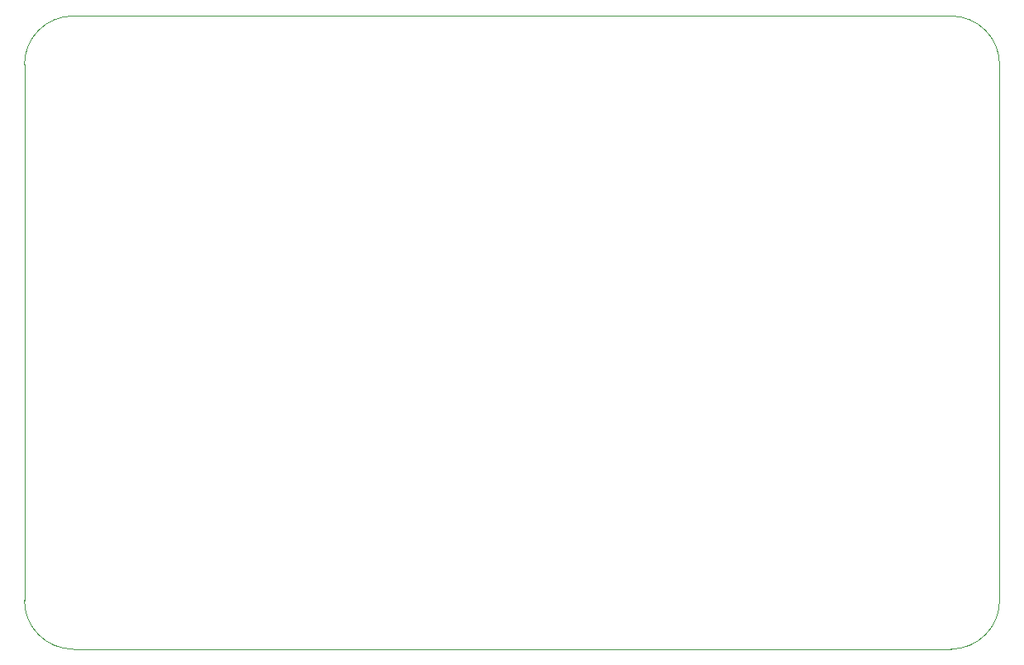
<source format=gbr>
%TF.GenerationSoftware,Altium Limited,Altium Designer,24.0.1 (36)*%
G04 Layer_Color=16711935*
%FSLAX45Y45*%
%MOMM*%
%TF.SameCoordinates,BDB9926C-BC38-41AE-A616-4D177B64427C*%
%TF.FilePolarity,Positive*%
%TF.FileFunction,Other,Mechanical_1*%
%TF.Part,Single*%
G01*
G75*
%TA.AperFunction,NonConductor*%
%ADD37C,0.01270*%
D37*
X9499384Y1270D02*
G03*
X9998115Y500001I0J498731D01*
G01*
X635D02*
G03*
X499366Y1270I498731J0D01*
G01*
X9998115Y6000012D02*
G03*
X9499384Y6498743I-498731J0D01*
G01*
X499366D02*
G03*
X635Y6000012I0J-498731D01*
G01*
X499366Y1270D02*
X9499384D01*
X9998115Y500001D02*
Y6000012D01*
X499366Y6498743D02*
X9499384D01*
X635Y500001D02*
Y6000012D01*
%TF.MD5,6583bf83c6fe96af03ec3873906e07e7*%
M02*

</source>
